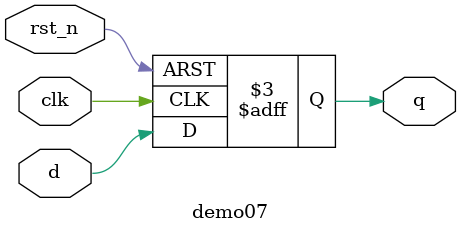
<source format=v>
module demo07 (
    input wire clk,      // 时钟信号
    input wire rst_n,    // 异步复位信号（低有效）
    input wire d,       // 数据输入
    output reg q        // 数据输出
);

    always @(posedge clk or negedge rst_n) begin
        if (!rst_n) begin
            q <= 1'b0;   // 异步复位，输出清零
        end else begin
            q <= d;      // 在时钟上升沿时，输出等于输入
        end
    end

endmodule

</source>
